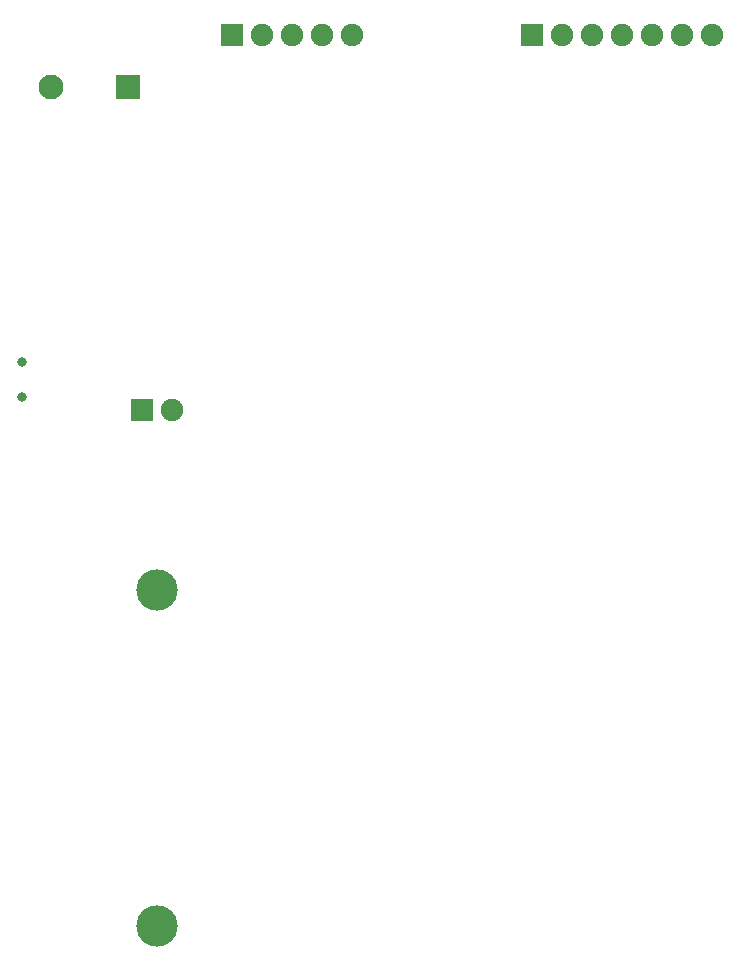
<source format=gbr>
G04 DipTrace Beta 3.0.9.0*
G04 BottomMask.gbr*
%MOIN*%
G04 #@! TF.FileFunction,Soldermask,Bot*
G04 #@! TF.Part,Single*
%ADD24R,0.074803X0.074803*%
%ADD25C,0.074803*%
%ADD43C,0.137795*%
%ADD44C,0.031496*%
%ADD63C,0.082677*%
%ADD64R,0.082677X0.082677*%
%FSLAX26Y26*%
G04*
G70*
G90*
G75*
G01*
G04 BotMask*
%LPD*%
D24*
X500000Y2200000D3*
D25*
X600000D3*
D43*
X550000Y1599606D3*
Y477559D3*
D24*
X1800000Y3450000D3*
D25*
X1900000D3*
X2000000D3*
X2100000D3*
X2200000D3*
X2300000D3*
X2400000D3*
D24*
X800000D3*
D25*
X900000D3*
X1000000D3*
X1100000D3*
X1200000D3*
D64*
X452953Y3275000D3*
D63*
X197047D3*
D44*
X100000Y2359055D3*
Y2240945D3*
M02*

</source>
